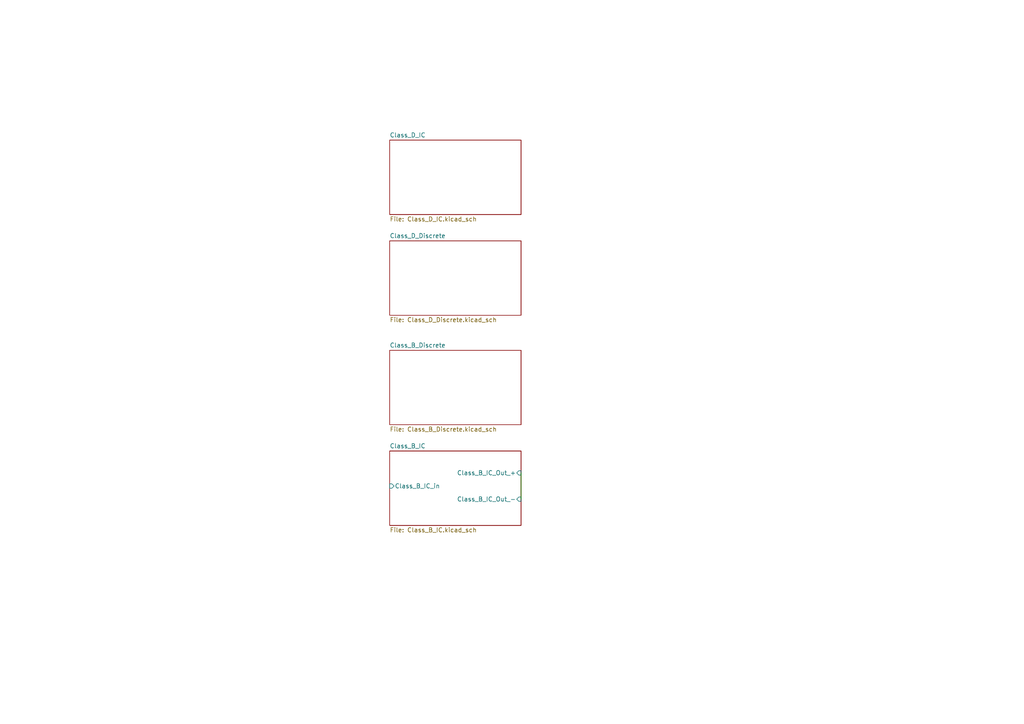
<source format=kicad_sch>
(kicad_sch
	(version 20231120)
	(generator "eeschema")
	(generator_version "8.0")
	(uuid "20d6200f-f95c-474c-9733-ba5c387dd201")
	(paper "A4")
	(lib_symbols)
	(wire
		(pts
			(xy 151.13 144.78) (xy 151.13 137.16)
		)
		(stroke
			(width 0)
			(type default)
		)
		(uuid "832a10e3-6eac-42ce-990a-50cde4470c4b")
	)
	(sheet
		(at 113.03 69.85)
		(size 38.1 21.59)
		(fields_autoplaced yes)
		(stroke
			(width 0.1524)
			(type solid)
		)
		(fill
			(color 0 0 0 0.0000)
		)
		(uuid "04870e4d-b4d7-4de3-aca8-0f056b8fcbc1")
		(property "Sheetname" "Class_D_Discrete"
			(at 113.03 69.1384 0)
			(effects
				(font
					(size 1.27 1.27)
				)
				(justify left bottom)
			)
		)
		(property "Sheetfile" "Class_D_Discrete.kicad_sch"
			(at 113.03 92.0246 0)
			(effects
				(font
					(size 1.27 1.27)
				)
				(justify left top)
			)
		)
		(instances
			(project "Power_Amplifier_Board"
				(path "/20d6200f-f95c-474c-9733-ba5c387dd201"
					(page "3")
				)
			)
		)
	)
	(sheet
		(at 113.03 130.81)
		(size 38.1 21.59)
		(fields_autoplaced yes)
		(stroke
			(width 0.1524)
			(type solid)
		)
		(fill
			(color 0 0 0 0.0000)
		)
		(uuid "b4556730-0a29-4fdf-9ef8-817219584964")
		(property "Sheetname" "Class_B_IC"
			(at 113.03 130.0984 0)
			(effects
				(font
					(size 1.27 1.27)
				)
				(justify left bottom)
			)
		)
		(property "Sheetfile" "Class_B_IC.kicad_sch"
			(at 113.03 152.9846 0)
			(effects
				(font
					(size 1.27 1.27)
				)
				(justify left top)
			)
		)
		(pin "Class_B_IC_in" input
			(at 113.03 140.97 180)
			(effects
				(font
					(size 1.27 1.27)
				)
				(justify left)
			)
			(uuid "0fc6ee95-686e-493e-9086-4ba77fe21d2d")
		)
		(pin "Class_B_IC_Out_-" input
			(at 151.13 144.78 0)
			(effects
				(font
					(size 1.27 1.27)
				)
				(justify right)
			)
			(uuid "1d3e9844-40a5-4679-b2b1-0573522ce198")
		)
		(pin "Class_B_IC_Out_+" input
			(at 151.13 137.16 0)
			(effects
				(font
					(size 1.27 1.27)
				)
				(justify right)
			)
			(uuid "38f52288-9c93-45fe-a6f0-1f4eca5ac83d")
		)
		(instances
			(project "Power_Amplifier_Board"
				(path "/20d6200f-f95c-474c-9733-ba5c387dd201"
					(page "5")
				)
			)
		)
	)
	(sheet
		(at 113.03 101.6)
		(size 38.1 21.59)
		(fields_autoplaced yes)
		(stroke
			(width 0.1524)
			(type solid)
		)
		(fill
			(color 0 0 0 0.0000)
		)
		(uuid "d8e1bb68-a57d-4f1d-be87-34b9c10ddba7")
		(property "Sheetname" "Class_B_Discrete"
			(at 113.03 100.8884 0)
			(effects
				(font
					(size 1.27 1.27)
				)
				(justify left bottom)
			)
		)
		(property "Sheetfile" "Class_B_Discrete.kicad_sch"
			(at 113.03 123.7746 0)
			(effects
				(font
					(size 1.27 1.27)
				)
				(justify left top)
			)
		)
		(instances
			(project "Power_Amplifier_Board"
				(path "/20d6200f-f95c-474c-9733-ba5c387dd201"
					(page "4")
				)
			)
		)
	)
	(sheet
		(at 113.03 40.64)
		(size 38.1 21.59)
		(fields_autoplaced yes)
		(stroke
			(width 0.1524)
			(type solid)
		)
		(fill
			(color 0 0 0 0.0000)
		)
		(uuid "ec0a85fd-f5f9-4874-a1fc-5ba7fc2e4a7c")
		(property "Sheetname" "Class_D_IC"
			(at 113.03 39.9284 0)
			(effects
				(font
					(size 1.27 1.27)
				)
				(justify left bottom)
			)
		)
		(property "Sheetfile" "Class_D_IC.kicad_sch"
			(at 113.03 62.8146 0)
			(effects
				(font
					(size 1.27 1.27)
				)
				(justify left top)
			)
		)
		(instances
			(project "Power_Amplifier_Board"
				(path "/20d6200f-f95c-474c-9733-ba5c387dd201"
					(page "2")
				)
			)
		)
	)
	(sheet_instances
		(path "/"
			(page "1")
		)
	)
)

</source>
